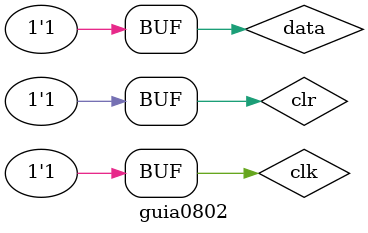
<source format=v>

`include "dff.v"
module guia0802;

reg data, clk, clr;
wire a, b, c, d, e, f, g, h;

dff d1 (d, e, data, clk, clr);
dff d2 (c, f, data, clk, clr);
dff d3 (b, g, data, clk, clr);
dff d4 (a, h, data, clk, clr);

initial begin

$display ("guia08 02");
$display ("test SRL com carga inicial em todos estagios");
//data=0; clk=0; clr=0;
$display ("a , b,  c, d" );
$monitor ("%b , %b , %b , %b", a, b, c, d);
#1 data=0; clk=0; clr=1;
#1 data=0; clk=1; clr=1;
#1 data=1; clk=0; clr=1;
#1 data=1; clk=1; clr=1;
#1 data=0; clk=0; clr=1;
#1 data=0; clk=1; clr=1;
#1 data=1; clk=0; clr=1;
#1 data=1; clk=1; clr=1;
#1 data=0; clk=0; clr=1;
#1 data=1; clk=1; clr=1;
#1 data=1; clk=0; clr=1;
#1 data=1; clk=1; clr=1;
#1 data=0; clk=0; clr=1;
#1 data=1; clk=1; clr=1;
#1 data=1; clk=0; clr=1;
#1 data=1; clk=1; clr=1;
end
endmodule




</source>
